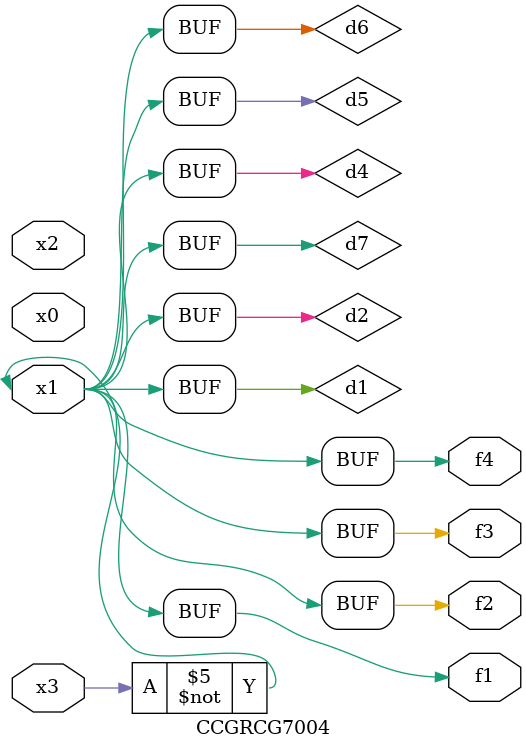
<source format=v>
module CCGRCG7004(
	input x0, x1, x2, x3,
	output f1, f2, f3, f4
);

	wire d1, d2, d3, d4, d5, d6, d7;

	not (d1, x3);
	buf (d2, x1);
	xnor (d3, d1, d2);
	nor (d4, d1);
	buf (d5, d1, d2);
	buf (d6, d4, d5);
	nand (d7, d4);
	assign f1 = d6;
	assign f2 = d7;
	assign f3 = d6;
	assign f4 = d6;
endmodule

</source>
